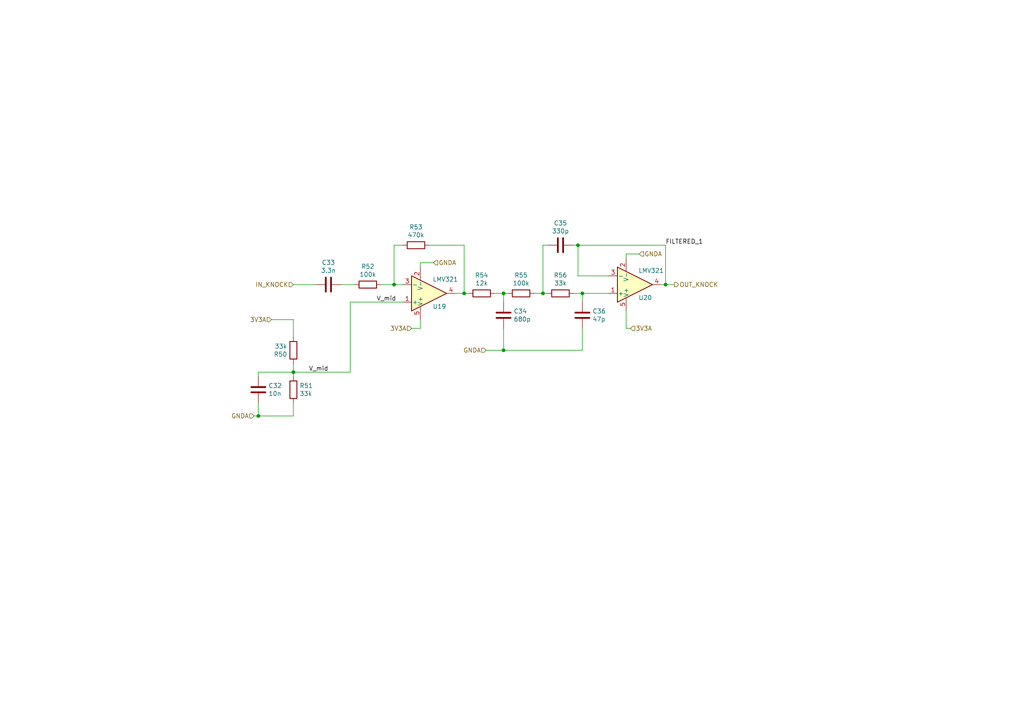
<source format=kicad_sch>
(kicad_sch (version 20250114) (generator "eeschema") (generator_version "9.0")
  (paper "A4")
  (title_block (title "rusEfi Proteus") (date "2022-04-09") (rev "v0.7") (company "rusEFI") (comment 1 "github.com/mck1117/proteus") (comment 2 "rusefi.com/s/proteus"))
  (lib_symbols
    (symbol "Amplifier_Operational:LMV321" (pin_names (offset 0.127))
      (property "Reference" "U" (at 0 5.08 0))
      (property "Value" "LMV321" (at 0 -5.08 0))
      (symbol "LMV321_0_1"
        (polyline (pts (xy -5.08 5.08) (xy 5.08 0) (xy -5.08 -5.08) (xy -5.08 5.08)) (stroke (width 0.254)) (fill (type background)))
        (pin power_in line (at -2.54 7.62 270) (length 3.81) (name "V+") (number "5"))
        (pin power_in line (at -2.54 -7.62 90) (length 3.81) (name "V-") (number "2"))
      )
      (symbol "LMV321_1_1"
        (pin input line (at -7.62 2.54 0) (length 2.54) (name "+") (number "1"))
        (pin input line (at -7.62 -2.54 0) (length 2.54) (name "-") (number "3"))
        (pin output line (at 7.62 0 180) (length 2.54) (name "~") (number "4"))
      )
    )
    (symbol "Device:C" (pin_numbers (hide yes)) (pin_names (offset 0.254))
      (property "Reference" "C" (at 0.635 2.54 0))
      (property "Value" "C" (at 0.635 -2.54 0))
      (symbol "C_0_1"
        (polyline (pts (xy -2.032 0.762) (xy 2.032 0.762)) (stroke (width 0.508)))
        (polyline (pts (xy -2.032 -0.762) (xy 2.032 -0.762)) (stroke (width 0.508)))
      )
      (symbol "C_1_1"
        (pin passive line (at 0 3.81 270) (length 2.794) (name "~") (number "1"))
        (pin passive line (at 0 -3.81 90) (length 2.794) (name "~") (number "2"))
      )
    )
    (symbol "Device:R" (pin_numbers (hide yes)) (pin_names (offset 0))
      (property "Reference" "R" (at 2.032 0 90))
      (property "Value" "R" (at 0 0 90))
      (symbol "R_0_1"
        (rectangle (start -1.016 -2.54) (end 1.016 2.54) (stroke (width 0.254)))
      )
      (symbol "R_1_1"
        (pin passive line (at 0 3.81 270) (length 1.27) (name "~") (number "1"))
        (pin passive line (at 0 -3.81 90) (length 1.27) (name "~") (number "2"))
      )
    )
  )
  (junction (at 85.09 107.95))
  (junction (at 74.93 120.65))
  (junction (at 114.3 82.55))
  (junction (at 157.48 85.09))
  (junction (at 146.05 85.09))
  (junction (at 146.05 101.6))
  (junction (at 134.62 85.09))
  (junction (at 168.91 85.09))
  (junction (at 193.04 82.55))
  (junction (at 167.64 71.12))
  (wire (pts (xy 158.75 71.12) (xy 157.48 71.12)))
  (wire (pts (xy 146.05 95.25) (xy 146.05 101.6)))
  (wire (pts (xy 168.91 101.6) (xy 168.91 95.25)))
  (wire (pts (xy 134.62 85.09) (xy 135.89 85.09)))
  (wire (pts (xy 85.09 97.79) (xy 85.09 92.71)))
  (wire (pts (xy 181.61 73.66) (xy 181.61 74.93)))
  (wire (pts (xy 146.05 87.63) (xy 146.05 85.09)))
  (wire (pts (xy 134.62 71.12) (xy 134.62 85.09)))
  (wire (pts (xy 167.64 80.01) (xy 176.53 80.01)))
  (wire (pts (xy 185.42 73.66) (xy 181.61 73.66)))
  (wire (pts (xy 125.73 76.2) (xy 121.92 76.2)))
  (wire (pts (xy 124.46 71.12) (xy 134.62 71.12)))
  (wire (pts (xy 168.91 85.09) (xy 166.37 85.09)))
  (wire (pts (xy 166.37 71.12) (xy 167.64 71.12)))
  (wire (pts (xy 181.61 95.25) (xy 181.61 90.17)))
  (wire (pts (xy 101.6 87.63) (xy 116.84 87.63)))
  (wire (pts (xy 121.92 76.2) (xy 121.92 77.47)))
  (wire (pts (xy 74.93 116.84) (xy 74.93 120.65)))
  (wire (pts (xy 114.3 82.55) (xy 114.3 71.12)))
  (wire (pts (xy 85.09 105.41) (xy 85.09 107.95)))
  (wire (pts (xy 119.38 95.25) (xy 121.92 95.25)))
  (wire (pts (xy 99.06 82.55) (xy 102.87 82.55)))
  (wire (pts (xy 121.92 95.25) (xy 121.92 92.71)))
  (wire (pts (xy 182.88 95.25) (xy 181.61 95.25)))
  (wire (pts (xy 101.6 107.95) (xy 101.6 87.63)))
  (wire (pts (xy 74.93 120.65) (xy 85.09 120.65)))
  (wire (pts (xy 140.97 101.6) (xy 146.05 101.6)))
  (wire (pts (xy 157.48 71.12) (xy 157.48 85.09)))
  (wire (pts (xy 146.05 85.09) (xy 147.32 85.09)))
  (wire (pts (xy 74.93 109.22) (xy 74.93 107.95)))
  (wire (pts (xy 193.04 71.12) (xy 193.04 82.55)))
  (wire (pts (xy 114.3 71.12) (xy 116.84 71.12)))
  (wire (pts (xy 85.09 107.95) (xy 85.09 109.22)))
  (wire (pts (xy 167.64 71.12) (xy 193.04 71.12)))
  (wire (pts (xy 110.49 82.55) (xy 114.3 82.55)))
  (wire (pts (xy 168.91 87.63) (xy 168.91 85.09)))
  (wire (pts (xy 146.05 101.6) (xy 168.91 101.6)))
  (wire (pts (xy 73.66 120.65) (xy 74.93 120.65)))
  (wire (pts (xy 193.04 82.55) (xy 195.58 82.55)))
  (wire (pts (xy 176.53 85.09) (xy 168.91 85.09)))
  (wire (pts (xy 85.09 120.65) (xy 85.09 116.84)))
  (wire (pts (xy 157.48 85.09) (xy 154.94 85.09)))
  (wire (pts (xy 146.05 85.09) (xy 143.51 85.09)))
  (wire (pts (xy 158.75 85.09) (xy 157.48 85.09)))
  (wire (pts (xy 167.64 71.12) (xy 167.64 80.01)))
  (wire (pts (xy 74.93 107.95) (xy 85.09 107.95)))
  (wire (pts (xy 114.3 82.55) (xy 116.84 82.55)))
  (wire (pts (xy 193.04 82.55) (xy 191.77 82.55)))
  (wire (pts (xy 85.09 92.71) (xy 78.74 92.71)))
  (wire (pts (xy 85.09 82.55) (xy 91.44 82.55)))
  (wire (pts (xy 85.09 107.95) (xy 101.6 107.95)))
  (wire (pts (xy 132.08 85.09) (xy 134.62 85.09)))
  (label "V_mid" (at 95.25 107.95 180))
  (label "FILTERED_1" (at 193.04 71.12 0))
  (label "V_mid" (at 109.22 87.63 0))
  (hierarchical_label "OUT_KNOCK" (shape output) (at 195.58 82.55 0))
  (hierarchical_label "3V3A" (shape input) (at 78.74 92.71 180))
  (hierarchical_label "3V3A" (shape input) (at 119.38 95.25 180))
  (hierarchical_label "3V3A" (shape input) (at 182.88 95.25 0))
  (hierarchical_label "GNDA" (shape input) (at 140.97 101.6 180))
  (hierarchical_label "GNDA" (shape input) (at 125.73 76.2 0))
  (hierarchical_label "GNDA" (shape input) (at 73.66 120.65 180))
  (hierarchical_label "GNDA" (shape input) (at 185.42 73.66 0))
  (hierarchical_label "IN_KNOCK" (shape input) (at 85.09 82.55 180))
  (symbol (lib_id "Device:R") (at 139.7 85.09 270) (unit 1)
    (property "Reference" "R54" (at 139.7 79.8322 90))
    (property "Value" "12k" (at 139.7 82.1436 90))
    (property "Footprint" "Resistor_SMD:R_0402_1005Metric" (effects (hide yes)))
    (property "LCSC" "C25752" (effects (hide yes)))
    (property "LCSC_ext" "0" (effects (hide yes)))
    (instances (project "proteus" (path "" (reference "R54") (unit 1))) (project "proteus" (path "" (reference "R42") (unit 1))))
  )
  (symbol (lib_id "Device:R") (at 151.13 85.09 270) (unit 1)
    (property "Reference" "R55" (at 151.13 79.8322 90))
    (property "Value" "100k" (at 151.13 82.1436 90))
    (property "Footprint" "Resistor_SMD:R_0402_1005Metric" (effects (hide yes)))
    (property "LCSC" "C25741" (effects (hide yes)))
    (property "LCSC_ext" "0" (effects (hide yes)))
    (instances (project "proteus" (path "" (reference "R55") (unit 1))) (project "proteus" (path "" (reference "R44") (unit 1))))
  )
  (symbol (lib_id "Device:R") (at 162.56 85.09 270) (unit 1)
    (property "Reference" "R56" (at 162.56 79.8322 90))
    (property "Value" "33k" (at 162.56 82.1436 90))
    (property "Footprint" "Resistor_SMD:R_0402_1005Metric" (effects (hide yes)))
    (property "LCSC" "C25779" (effects (hide yes)))
    (property "LCSC_ext" "0" (effects (hide yes)))
    (instances (project "proteus" (path "" (reference "R56") (unit 1))) (project "proteus" (path "" (reference "R46") (unit 1))))
  )
  (symbol (lib_id "Device:C") (at 146.05 91.44 180) (unit 1)
    (property "Reference" "C34" (at 148.971 90.2716 0) (effects (justify right)))
    (property "Value" "680p" (at 148.971 92.583 0) (effects (justify right)))
    (property "Footprint" "Capacitor_SMD:C_0402_1005Metric" (effects (hide yes)))
    (property "LCSC" "C307451" (effects (hide yes)))
    (property "LCSC_ext" "0" (effects (hide yes)))
    (instances (project "proteus" (path "" (reference "C34") (unit 1))) (project "proteus" (path "" (reference "C21") (unit 1))))
  )
  (symbol (lib_id "Device:C") (at 168.91 91.44 180) (unit 1)
    (property "Reference" "C36" (at 171.831 90.2716 0) (effects (justify right)))
    (property "Value" "47p" (at 171.831 92.583 0) (effects (justify right)))
    (property "Footprint" "Capacitor_SMD:C_0402_1005Metric" (effects (hide yes)))
    (property "LCSC" "C1567" (effects (hide yes)))
    (property "LCSC_ext" "0" (effects (hide yes)))
    (instances (project "proteus" (path "" (reference "C36") (unit 1))) (project "proteus" (path "" (reference "C25") (unit 1))))
  )
  (symbol (lib_id "Device:C") (at 162.56 71.12 90) (unit 1)
    (property "Reference" "C35" (at 162.56 64.7192 90))
    (property "Value" "330p" (at 162.56 67.0306 90))
    (property "Footprint" "Capacitor_SMD:C_0402_1005Metric" (effects (hide yes)))
    (property "LCSC" "C13533" (effects (hide yes)))
    (property "LCSC_ext" "0" (effects (hide yes)))
    (instances (project "proteus" (path "" (reference "C35") (unit 1))) (project "proteus" (path "" (reference "C23") (unit 1))))
  )
  (symbol (lib_id "Device:R") (at 106.68 82.55 270) (unit 1)
    (property "Reference" "R52" (at 106.68 77.2922 90))
    (property "Value" "100k" (at 106.68 79.6036 90))
    (property "Footprint" "Resistor_SMD:R_0402_1005Metric" (effects (hide yes)))
    (property "LCSC" "C25741" (effects (hide yes)))
    (instances (project "proteus" (path "" (reference "R52") (unit 1))) (project "proteus" (path "" (reference "R1901") (unit 1))))
  )
  (symbol (lib_id "Device:R") (at 120.65 71.12 270) (unit 1)
    (property "Reference" "R53" (at 120.65 65.8622 90))
    (property "Value" "470k" (at 120.65 68.1736 90))
    (property "Footprint" "Resistor_SMD:R_0402_1005Metric" (effects (hide yes)))
    (property "LCSC" "C25790" (effects (hide yes)))
    (instances (project "proteus" (path "" (reference "R53") (unit 1))) (project "proteus" (path "" (reference "R1903") (unit 1))))
  )
  (symbol (lib_id "Device:C") (at 95.25 82.55 270) (unit 1)
    (property "Reference" "C33" (at 95.25 76.1492 90))
    (property "Value" "3.3n" (at 95.25 78.4606 90))
    (property "Footprint" "Capacitor_SMD:C_0805_2012Metric" (effects (hide yes)))
    (property "LCSC" "C327234" (effects (hide yes)))
    (property "LCSC_ext" "0" (effects (hide yes)))
    (instances (project "proteus" (path "" (reference "C33") (unit 1))) (project "proteus" (path "" (reference "C1901") (unit 1))))
  )
  (symbol (lib_id "Device:C") (at 74.93 113.03 180) (unit 1)
    (property "Reference" "C32" (at 77.851 111.8616 0) (effects (justify right)))
    (property "Value" "10n" (at 77.851 114.173 0) (effects (justify right)))
    (property "Footprint" "Capacitor_SMD:C_0402_1005Metric" (effects (hide yes)))
    (property "LCSC" "C15195" (effects (hide yes)))
    (property "LCSC_ext" "0" (effects (hide yes)))
  )
  (symbol (lib_id "Device:R") (at 85.09 101.6 180) (unit 1)
    (property "Reference" "R50" (at 83.312 102.7684 0) (effects (justify left)))
    (property "Value" "33k" (at 83.312 100.457 0) (effects (justify left)))
    (property "Footprint" "Resistor_SMD:R_0402_1005Metric" (effects (hide yes)))
    (property "LCSC" "C25779" (effects (hide yes)))
    (property "LCSC_ext" "0" (effects (hide yes)))
  )
  (symbol (lib_id "Amplifier_Operational:LMV321") (at 184.15 82.55 0) (mirror x) (unit 1)
    (property "Reference" "U20" (at 185.166 86.36 0) (effects (justify left)))
    (property "Value" "LMV321" (at 185.166 78.486 0) (effects (justify left)))
    (property "Footprint" "Package_TO_SOT_SMD:SOT-23-5" (effects (hide yes)))
    (property "Datasheet" "http://www.ti.com/lit/ds/symlink/lmv324.pdf" (effects (hide yes)))
    (property "LCSC" "C7972" (effects (hide yes)))
    (property "LCSC Type" "B" (effects (hide yes)))
  )
  (symbol (lib_id "Device:R") (at 85.09 113.03 0) (unit 1)
    (property "Reference" "R51" (at 86.868 111.8616 0) (effects (justify left)))
    (property "Value" "33k" (at 86.868 114.173 0) (effects (justify left)))
    (property "Footprint" "Resistor_SMD:R_0402_1005Metric" (effects (hide yes)))
    (property "LCSC" "C25779" (effects (hide yes)))
    (property "LCSC_ext" "0" (effects (hide yes)))
  )
  (symbol (lib_id "Amplifier_Operational:LMV321") (at 124.46 85.09 0) (mirror x) (unit 1)
    (property "Reference" "U19" (at 125.476 88.9 0) (effects (justify left)))
    (property "Value" "LMV321" (at 125.476 81.026 0) (effects (justify left)))
    (property "Footprint" "Package_TO_SOT_SMD:SOT-23-5" (effects (hide yes)))
    (property "Datasheet" "http://www.ti.com/lit/ds/symlink/lmv324.pdf" (effects (hide yes)))
    (property "LCSC" "C7972" (effects (hide yes)))
    (property "LCSC Type" "B" (effects (hide yes)))
  )
)
</source>
